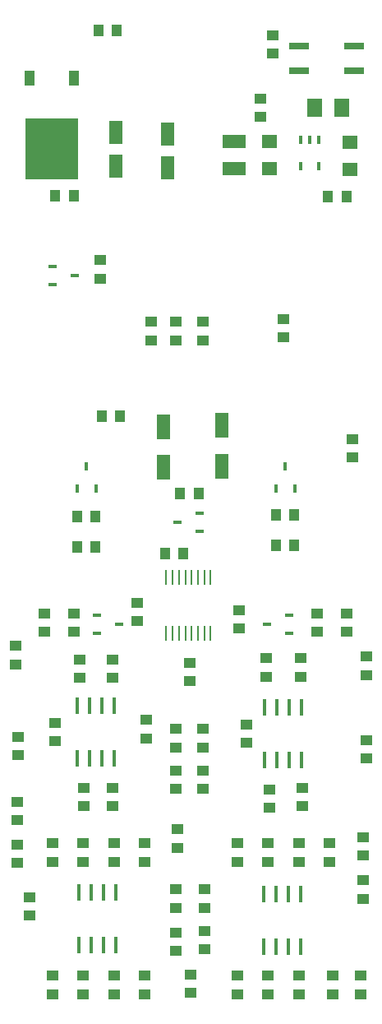
<source format=gtp>
G04 DipTrace 3.1.0.0*
G04 uO_c1.1.GTP*
%MOIN*%
G04 #@! TF.FileFunction,Paste,Top*
G04 #@! TF.Part,Single*
%AMOUTLINE0*
4,1,4,
-0.019685,-0.031496,
0.019685,-0.031496,
0.019685,0.031496,
-0.019685,0.031496,
-0.019685,-0.031496,
0*%
%AMOUTLINE1*
4,1,4,
-0.106299,-0.122047,
0.106299,-0.122047,
0.106299,0.122047,
-0.106299,0.122047,
-0.106299,-0.122047,
0*%
%AMOUTLINE3*
4,1,4,
-0.031496,-0.035492,
0.031496,-0.035492,
0.031496,0.035492,
-0.031496,0.035492,
-0.031496,-0.035492,
0*%
%ADD67R,0.015622X0.035307*%
%ADD69R,0.015622X0.07074*%
%ADD71R,0.007748X0.062866*%
%ADD77R,0.017591X0.033339*%
%ADD79R,0.033339X0.017591*%
%ADD81R,0.098299X0.054992*%
%ADD91R,0.078614X0.03137*%
%ADD93R,0.043181X0.051055*%
%ADD95R,0.054992X0.092394*%
%ADD97R,0.051055X0.043181*%
%ADD99R,0.062866X0.054992*%
%ADD101R,0.056961X0.104205*%
%ADD108OUTLINE0*%
%ADD109OUTLINE1*%
%ADD111OUTLINE3*%
%FSLAX26Y26*%
G04*
G70*
G90*
G75*
G01*
G04 TopPaste*
%LPD*%
D101*
X1292194Y2709998D3*
Y2875352D3*
X1054694Y2869103D3*
Y2703749D3*
D99*
X1485939Y4025347D3*
Y3915111D3*
X1810942Y3912846D3*
Y4023082D3*
D97*
X1160944Y1912846D3*
Y1838043D3*
X1448383Y4124955D3*
Y4199758D3*
D95*
X861069Y4062994D3*
Y3925199D3*
D93*
X1135746Y2356600D3*
X1060943D3*
X1798246Y3800346D3*
X1723443D3*
D97*
X1360943Y2050347D3*
Y2125150D3*
X510943Y962652D3*
Y887848D3*
X1167162Y575327D3*
Y650131D3*
X1742194Y569096D3*
Y643900D3*
D93*
X691997Y3806599D3*
X617194D3*
D97*
X1479694Y569195D3*
Y643998D3*
Y1181498D3*
Y1106695D3*
X604694Y569195D3*
Y643998D3*
X729694Y1181498D3*
Y1106695D3*
X1110943Y1162847D3*
Y1237650D3*
X1104694Y994096D3*
Y919293D3*
Y819096D3*
Y744293D3*
X1617292Y1331695D3*
Y1406498D3*
X985912Y1606589D3*
Y1681392D3*
D95*
X1073581Y4056745D3*
Y3918949D3*
D97*
X1473542Y1856498D3*
Y1931301D3*
X731838Y1332089D3*
Y1406892D3*
X717194Y1850347D3*
Y1925150D3*
X948412Y2156156D3*
Y2081352D3*
X1823443Y2818900D3*
Y2744096D3*
X1217162Y3219089D3*
Y3293892D3*
X1104662Y3219089D3*
Y3293892D3*
X1498378Y4456170D3*
Y4381367D3*
D91*
X1604690Y4412850D3*
Y4312850D3*
X1829493D3*
Y4412850D3*
D108*
X692196Y4281628D3*
X512669D3*
D109*
X602433Y3994226D3*
D81*
X1342144Y4024965D3*
Y3914729D3*
D79*
X1567194Y2031596D3*
Y2106400D3*
X1476643Y2068998D3*
D77*
X1512568Y2617669D3*
X1587371D3*
X1549969Y2708220D3*
X706317Y2617669D3*
X781120D3*
X743719Y2708220D3*
D79*
X785943Y2106596D3*
Y2031793D3*
X876494Y2069195D3*
D97*
X1604694Y643998D3*
Y569195D3*
Y1106695D3*
Y1181498D3*
X1854694Y569195D3*
Y643998D3*
X1354694D3*
Y569195D3*
X1729694Y1181498D3*
Y1106695D3*
X1354694D3*
Y1181498D3*
X729694Y643998D3*
Y569195D3*
X854694Y1106695D3*
Y1181498D3*
Y569195D3*
Y643998D3*
X979694Y569195D3*
Y643998D3*
Y1181498D3*
Y1106695D3*
X604694D3*
Y1181498D3*
X1223444Y919293D3*
Y994096D3*
Y750347D3*
Y825150D3*
X1798345Y2112747D3*
Y2037944D3*
X1679595Y2112747D3*
Y2037944D3*
D93*
X1585943Y2387847D3*
X1511140D3*
X1585943Y2512847D3*
X1511140D3*
X779694Y2381596D3*
X704891D3*
X779694Y2506596D3*
X704891D3*
D97*
X573443Y2037847D3*
Y2112650D3*
X692194Y2037847D3*
Y2112650D3*
X1867095Y956695D3*
Y1031498D3*
X1485944Y1325347D3*
Y1400150D3*
X1879595Y1525446D3*
Y1600249D3*
X1217193Y1475346D3*
Y1400543D3*
X1867095Y1131695D3*
Y1206498D3*
X1610943Y1856596D3*
Y1931400D3*
X1879694Y1862847D3*
Y1937650D3*
X1217095Y1569392D3*
Y1644195D3*
X460943Y1275347D3*
Y1350150D3*
X848443Y1331596D3*
Y1406400D3*
X467194Y1537847D3*
Y1612650D3*
X1104694Y1475543D3*
Y1400740D3*
X460943Y1100346D3*
Y1175149D3*
X848444Y1850347D3*
Y1925150D3*
X454694Y1906596D3*
Y1981400D3*
X1104694Y1569490D3*
Y1644293D3*
D93*
X1123542Y2600251D3*
X1198345D3*
D97*
X1542194Y3231596D3*
Y3306400D3*
X1004662Y3294089D3*
Y3219285D3*
D93*
X867194Y4474918D3*
X792391D3*
D71*
X1067194Y2031596D3*
X1092784D3*
X1118375D3*
X1143965D3*
X1169556D3*
X1195147D3*
X1220737D3*
X1246328D3*
Y2259951D3*
X1220737Y2259943D3*
X1195147D3*
X1169556D3*
X1143965D3*
X1118375D3*
X1092784D3*
X1067194D3*
D69*
X1460943Y762847D3*
X1510943D3*
X1560943D3*
X1610943D3*
Y975446D3*
X1560943D3*
X1510943D3*
X1460943D3*
X710943Y769096D3*
X760943D3*
X810943D3*
X860943D3*
Y981695D3*
X810943D3*
X760943D3*
X710943D3*
X1467194Y1519096D3*
X1517194D3*
X1567194D3*
X1617194D3*
Y1731695D3*
X1567194D3*
X1517194D3*
X1467194D3*
D79*
X1201494Y2444295D3*
Y2519098D3*
X1110943Y2481696D3*
D67*
X1685941Y4031596D3*
X1648539D3*
X1611137D3*
Y3925297D3*
X1685941D3*
D69*
X704694Y1525347D3*
X754694D3*
X804694D3*
X854694D3*
Y1737946D3*
X804694D3*
X754694D3*
X704694D3*
D93*
X879504Y2912582D3*
X804700D3*
D111*
X1779598Y4162451D3*
X1667630D3*
D97*
X617162Y1668892D3*
Y1594089D3*
X1392162Y1662838D3*
Y1588035D3*
X798412Y3543892D3*
Y3469089D3*
D79*
X604662Y3519089D3*
Y3444285D3*
X695214Y3481687D3*
M02*

</source>
